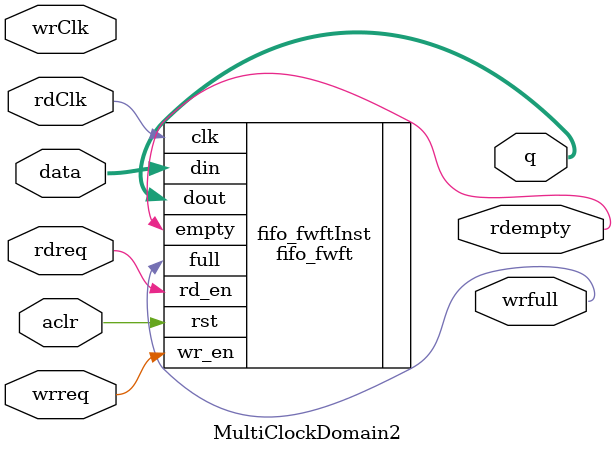
<source format=v>
/* ----------------------------------------------------------------------------------------------------------------------

PS-FPGA Licenses (DUAL License GPLv2 and commercial license)

This PS-FPGA source code is copyright © 2019 Romain PIQUOIS (Laxer3a) and licensed under the GNU General Public License v2.0, 
 and a commercial licensing option.
If you wish to use the source code from PS-FPGA, email laxer3a@hotmail.com for commercial licensing.

See LICENSE file.
---------------------------------------------------------------------------------------------------------------------- */

//
// FIFO for memory command.
//
module MultiClockDomain(
	input	rdClk,
	input	wrClk,
	input	aclr,
	
	input   [289:0] data,
	input			wrreq,
	output			wrfull,

	input			rdreq,
	output  [289:0] q,
	output			rdempty
);
	//
	// Debug version for simulation...
	//
	fifo_fwft #(.DATA_WIDTH(290), .DEPTH_WIDTH(9))
	fifo_fwftInst
    (	.clk	(wrClk),
		.rst	(aclr),
		.din	(data),
		.wr_en	(wrreq),
		.full	(wrfull),
		
		.dout	(q),
		.rd_en	(rdreq),
		.empty	(rdempty)
	);
endmodule

//
// FIFO for response.
//
module MultiClockDomain2(
	input	rdClk,
	input	wrClk,
	input	aclr,
	
	input   [255:0] data,
	input			wrreq,
	output			wrfull,

	input			rdreq,
	output  [255:0] q,
	output			rdempty
);
	//
	// Debug version for simulation...
	//
	fifo_fwft #(.DATA_WIDTH(256), .DEPTH_WIDTH(2))
	fifo_fwftInst
    (	.clk	(rdClk),
		.rst	(aclr),
		.din	(data),
		.wr_en	(wrreq),
		.full	(wrfull),
		
		.dout	(q),
		.rd_en	(rdreq),
		.empty	(rdempty)
	);
endmodule

</source>
